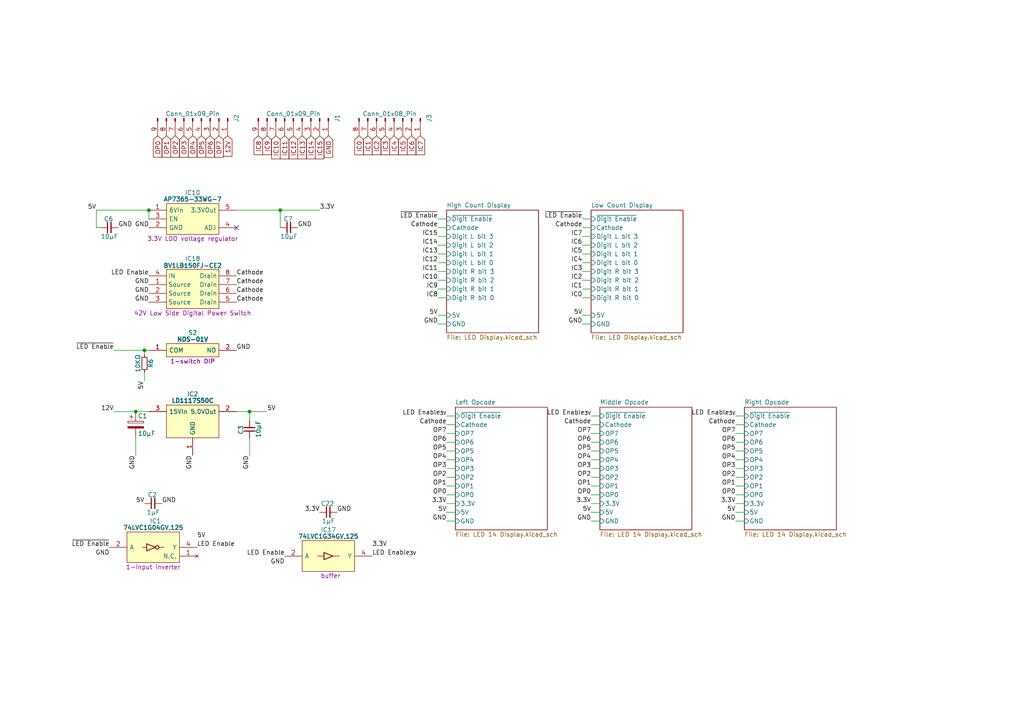
<source format=kicad_sch>
(kicad_sch (version 20231120) (generator "eeschema") (generator_version "8.0")
  (paper "A4")
  (title_block (title "W65C816 Opcode Display") (date "2024-11-28") (rev "V0"))
  (lib_symbols
    (symbol "Apem:NDS-01V" (pin_names (offset 0.762))
      (property "Reference" "S" (at 12.7 5.08 0))
      (property "Value" "NDS-01V" (at 12.7 3.175 0))
      (property "Description" "1-switch DIP" (at 12.7 -3.175 0))
      (symbol "NDS-01V_0_0"
        (pin passive line (at 0 0 0) (length 5.08) (name "COM") (number "1"))
        (pin passive line (at 25.4 0 180) (length 5.08) (name "NO") (number "2"))
      )
      (symbol "NDS-01V_0_1"
        (polyline (pts (xy 5.08 1.905) (xy 20.32 1.905) (xy 20.32 -1.905) (xy 5.08 -1.905) (xy 5.08 1.905)) (stroke (width 0.1524)) (fill (type background)))
      )
    )
    (symbol "Connector:Conn_01x08_Pin" (pin_names (offset 1.016) hide)
      (property "Reference" "J" (at 0 10.16 0))
      (property "Value" "Conn_01x08_Pin" (at 0 -12.7 0))
      (symbol "Conn_01x08_Pin_1_1"
        (polyline (pts (xy 1.27 -10.16) (xy 0.8636 -10.16)) (stroke (width 0.1524)))
        (polyline (pts (xy 1.27 -7.62) (xy 0.8636 -7.62)) (stroke (width 0.1524)))
        (polyline (pts (xy 1.27 -5.08) (xy 0.8636 -5.08)) (stroke (width 0.1524)))
        (polyline (pts (xy 1.27 -2.54) (xy 0.8636 -2.54)) (stroke (width 0.1524)))
        (polyline (pts (xy 1.27 0) (xy 0.8636 0)) (stroke (width 0.1524)))
        (polyline (pts (xy 1.27 2.54) (xy 0.8636 2.54)) (stroke (width 0.1524)))
        (polyline (pts (xy 1.27 5.08) (xy 0.8636 5.08)) (stroke (width 0.1524)))
        (polyline (pts (xy 1.27 7.62) (xy 0.8636 7.62)) (stroke (width 0.1524)))
        (rectangle (start 0.8636 -10.033) (end 0 -10.287) (stroke (width 0.1524)) (fill (type outline)))
        (rectangle (start 0.8636 -7.493) (end 0 -7.747) (stroke (width 0.1524)) (fill (type outline)))
        (rectangle (start 0.8636 -4.953) (end 0 -5.207) (stroke (width 0.1524)) (fill (type outline)))
        (rectangle (start 0.8636 -2.413) (end 0 -2.667) (stroke (width 0.1524)) (fill (type outline)))
        (rectangle (start 0.8636 0.127) (end 0 -0.127) (stroke (width 0.1524)) (fill (type outline)))
        (rectangle (start 0.8636 2.667) (end 0 2.413) (stroke (width 0.1524)) (fill (type outline)))
        (rectangle (start 0.8636 5.207) (end 0 4.953) (stroke (width 0.1524)) (fill (type outline)))
        (rectangle (start 0.8636 7.747) (end 0 7.493) (stroke (width 0.1524)) (fill (type outline)))
        (pin passive line (at 5.08 7.62 180) (length 3.81) (name "Pin_1") (number "1"))
        (pin passive line (at 5.08 5.08 180) (length 3.81) (name "Pin_2") (number "2"))
        (pin passive line (at 5.08 2.54 180) (length 3.81) (name "Pin_3") (number "3"))
        (pin passive line (at 5.08 0 180) (length 3.81) (name "Pin_4") (number "4"))
        (pin passive line (at 5.08 -2.54 180) (length 3.81) (name "Pin_5") (number "5"))
        (pin passive line (at 5.08 -5.08 180) (length 3.81) (name "Pin_6") (number "6"))
        (pin passive line (at 5.08 -7.62 180) (length 3.81) (name "Pin_7") (number "7"))
        (pin passive line (at 5.08 -10.16 180) (length 3.81) (name "Pin_8") (number "8"))
      )
    )
    (symbol "Connector:Conn_01x09_Pin" (pin_names (offset 1.016) hide)
      (property "Reference" "J" (at 0 12.7 0))
      (property "Value" "Conn_01x09_Pin" (at 0 -12.7 0))
      (symbol "Conn_01x09_Pin_1_1"
        (polyline (pts (xy 1.27 -10.16) (xy 0.8636 -10.16)) (stroke (width 0.1524)))
        (polyline (pts (xy 1.27 -7.62) (xy 0.8636 -7.62)) (stroke (width 0.1524)))
        (polyline (pts (xy 1.27 -5.08) (xy 0.8636 -5.08)) (stroke (width 0.1524)))
        (polyline (pts (xy 1.27 -2.54) (xy 0.8636 -2.54)) (stroke (width 0.1524)))
        (polyline (pts (xy 1.27 0) (xy 0.8636 0)) (stroke (width 0.1524)))
        (polyline (pts (xy 1.27 2.54) (xy 0.8636 2.54)) (stroke (width 0.1524)))
        (polyline (pts (xy 1.27 5.08) (xy 0.8636 5.08)) (stroke (width 0.1524)))
        (polyline (pts (xy 1.27 7.62) (xy 0.8636 7.62)) (stroke (width 0.1524)))
        (polyline (pts (xy 1.27 10.16) (xy 0.8636 10.16)) (stroke (width 0.1524)))
        (rectangle (start 0.8636 -10.033) (end 0 -10.287) (stroke (width 0.1524)) (fill (type outline)))
        (rectangle (start 0.8636 -7.493) (end 0 -7.747) (stroke (width 0.1524)) (fill (type outline)))
        (rectangle (start 0.8636 -4.953) (end 0 -5.207) (stroke (width 0.1524)) (fill (type outline)))
        (rectangle (start 0.8636 -2.413) (end 0 -2.667) (stroke (width 0.1524)) (fill (type outline)))
        (rectangle (start 0.8636 0.127) (end 0 -0.127) (stroke (width 0.1524)) (fill (type outline)))
        (rectangle (start 0.8636 2.667) (end 0 2.413) (stroke (width 0.1524)) (fill (type outline)))
        (rectangle (start 0.8636 5.207) (end 0 4.953) (stroke (width 0.1524)) (fill (type outline)))
        (rectangle (start 0.8636 7.747) (end 0 7.493) (stroke (width 0.1524)) (fill (type outline)))
        (rectangle (start 0.8636 10.287) (end 0 10.033) (stroke (width 0.1524)) (fill (type outline)))
        (pin passive line (at 5.08 10.16 180) (length 3.81) (name "Pin_1") (number "1"))
        (pin passive line (at 5.08 7.62 180) (length 3.81) (name "Pin_2") (number "2"))
        (pin passive line (at 5.08 5.08 180) (length 3.81) (name "Pin_3") (number "3"))
        (pin passive line (at 5.08 2.54 180) (length 3.81) (name "Pin_4") (number "4"))
        (pin passive line (at 5.08 0 180) (length 3.81) (name "Pin_5") (number "5"))
        (pin passive line (at 5.08 -2.54 180) (length 3.81) (name "Pin_6") (number "6"))
        (pin passive line (at 5.08 -5.08 180) (length 3.81) (name "Pin_7") (number "7"))
        (pin passive line (at 5.08 -7.62 180) (length 3.81) (name "Pin_8") (number "8"))
        (pin passive line (at 5.08 -10.16 180) (length 3.81) (name "Pin_9") (number "9"))
      )
    )
    (symbol "Diodes_Inc:AP7365-33WG-7" (pin_names (offset 0.762))
      (property "Reference" "IC" (at 12.7 5.08 0))
      (property "Value" "AP7365-33WG-7" (at 12.7 3.175 0))
      (property "Description" "3.3V LDO voltage regulator" (at 12.7 -8.255 0))
      (symbol "AP7365-33WG-7_0_0"
        (pin passive line (at 0 -5.08 0) (length 5.08) (name "GND") (number "2"))
        (pin input line (at 0 -2.54 0) (length 5.08) (name "EN") (number "3"))
        (pin passive line (at 25.4 -5.08 180) (length 5.08) (name "ADJ") (number "4"))
      )
      (symbol "AP7365-33WG-7_0_1"
        (polyline (pts (xy 5.08 1.905) (xy 20.32 1.905) (xy 20.32 -6.985) (xy 5.08 -6.985) (xy 5.08 1.905)) (fill (type background)))
      )
      (symbol "AP7365-33WG-7_1_0"
        (pin passive line (at 0 0 0) (length 5.08) (name "6VIn") (number "1"))
        (pin passive line (at 25.4 0 180) (length 5.08) (name "3.3VOut") (number "5"))
      )
    )
    (symbol "HCP65:C_0805" (pin_numbers hide) (pin_names (offset 0.254) hide)
      (property "Reference" "C" (at 2.286 2.54 0))
      (property "Value" "?μF" (at 2.54 -2.54 0))
      (symbol "C_0805_0_1"
        (polyline (pts (xy 1.9685 -1.4605) (xy 1.9685 1.5875)) (stroke (width 0.3048)))
        (polyline (pts (xy 2.9845 -1.4605) (xy 2.9845 1.5875)) (stroke (width 0.3302)))
      )
      (symbol "C_0805_1_1"
        (pin passive line (at 0 0 0) (length 2.032) (name "~") (number "1"))
        (pin passive line (at 5.08 0 180) (length 2.032) (name "~") (number "2"))
      )
    )
    (symbol "HCP65:C_Radial_D4.0mm_P2.00mm" (pin_numbers hide) (pin_names (offset 0.254))
      (property "Reference" "C" (at 0.635 2.54 0))
      (property "Value" "?μF" (at 0.635 -2.54 0))
      (symbol "C_Radial_D4.0mm_P2.00mm_0_1"
        (rectangle (start -2.286 0.508) (end 2.286 1.016))
        (polyline (pts (xy -1.778 2.286) (xy -0.762 2.286)))
        (polyline (pts (xy -1.27 2.794) (xy -1.27 1.778)))
        (rectangle (start 2.286 -0.508) (end -2.286 -1.016) (fill (type outline)))
      )
      (symbol "C_Radial_D4.0mm_P2.00mm_1_1"
        (pin passive line (at 0 3.81 270) (length 2.794) (name "~") (number "1"))
        (pin passive line (at 0 -3.81 90) (length 2.794) (name "~") (number "2"))
      )
    )
    (symbol "HCP65:R_0805" (pin_numbers hide) (pin_names hide)
      (property "Reference" "R" (at 2.54 1.778 0))
      (property "Value" "?Ω" (at 2.54 -1.905 0))
      (symbol "R_0805_0_1"
        (rectangle (start 0.762 0.762) (end 4.318 -0.762) (stroke (width 0.2032)))
      )
      (symbol "R_0805_1_1"
        (pin passive line (at 0 0 0) (length 0.72) (name "~") (number "1"))
        (pin passive line (at 5.08 0 180) (length 0.72) (name "~") (number "2"))
      )
    )
    (symbol "Nexperia:74LVC1G04GV,125" (pin_names (offset 0.762))
      (property "Reference" "IC" (at 13.335 5.08 0))
      (property "Value" "74LVC1G04GV,125" (at 12.7 3.175 0))
      (property "Description" "1-input inverter" (at 12.7 -8.255 0))
      (symbol "74LVC1G04GV,125_0_0"
        (pin no_connect line (at 25.4 -5.08 180) (length 5.08) (name "N.C.") (number "1"))
        (pin input line (at 0 -2.54 0) (length 5.08) (name "A") (number "2"))
        (pin passive line (at 0 -5.08 0) (length 5.08) hide (name "GND") (number "3"))
        (pin output line (at 25.4 -2.54 180) (length 5.08) (name "Y") (number "4"))
        (pin passive line (at 25.4 0 180) (length 5.08) hide (name "3V") (number "5"))
      )
      (symbol "74LVC1G04GV,125_0_1"
        (polyline (pts (xy 9.525 -2.54) (xy 10.7949 -2.54)))
        (polyline (pts (xy 14.351 -2.54) (xy 15.875 -2.54)))
        (polyline (pts (xy 10.795 -3.556) (xy 13.335 -2.54) (xy 10.795 -1.524)) (stroke (width 0.254)))
        (polyline (pts (xy 5.08 1.905) (xy 20.32 1.905) (xy 20.32 -6.985) (xy 5.08 -6.985) (xy 5.08 1.905)) (stroke (width 0.1524)) (fill (type background)))
        (rectangle (start 10.795 -1.524) (end 10.795 -3.556) (stroke (width 0.254)) (fill (type background)))
        (circle (center 13.843 -2.54) (radius 0.508) (stroke (width 0.254)))
      )
    )
    (symbol "Nexperia:74LVC1G34GV,125" (pin_names (offset 0.762))
      (property "Reference" "IC" (at 12.7 5.08 0))
      (property "Value" "74LVC1G34GV,125" (at 12.7 3.175 0))
      (property "Description" "buffer" (at 13.335 -8.255 0))
      (symbol "74LVC1G34GV,125_0_0"
        (pin no_connect line (at 0 0 0) (length 5.08) hide (name "n.c.") (number "1"))
        (pin input line (at 0 -2.54 0) (length 5.08) (name "A") (number "2"))
        (pin passive line (at 0 -5.08 0) (length 5.08) hide (name "GND") (number "3"))
        (pin passive line (at 25.4 -2.54 180) (length 5.08) (name "Y") (number "4"))
        (pin passive line (at 25.4 0 180) (length 5.08) hide (name "3V") (number "5"))
      )
      (symbol "74LVC1G34GV,125_0_1"
        (polyline (pts (xy 9.525 -2.54) (xy 11.43 -2.54)))
        (polyline (pts (xy 13.97 -2.54) (xy 15.875 -2.54)))
        (polyline (pts (xy 11.43 -3.556) (xy 13.97 -2.54) (xy 11.43 -1.524)) (stroke (width 0.254)))
        (polyline (pts (xy 5.08 1.905) (xy 20.32 1.905) (xy 20.32 -6.985) (xy 5.08 -6.985) (xy 5.08 1.905)) (stroke (width 0.1524)) (fill (type background)))
        (rectangle (start 11.43 -1.524) (end 11.43 -3.556) (stroke (width 0.254)) (fill (type background)))
      )
    )
    (symbol "ROHM_Semiconductor:BV1LB150FJ-CE2"
      (property "Reference" "IC" (at 12.7 5.715 0))
      (property "Value" "BV1LB150FJ-CE2" (at 12.7 3.81 0))
      (property "Description" "42V Low Side Digital Power Switch" (at 12.7 -10.795 0))
      (symbol "BV1LB150FJ-CE2_0_1"
        (polyline (pts (xy 5.08 1.905) (xy 20.32 1.905) (xy 20.32 -9.525) (xy 5.08 -9.525) (xy 5.08 1.905)) (fill (type background)))
      )
      (symbol "BV1LB150FJ-CE2_1_1"
        (pin passive line (at 0 -2.54 0) (length 5.08) (name "Source") (number "1"))
        (pin passive line (at 0 -5.08 0) (length 5.08) (name "Source") (number "2"))
        (pin passive line (at 0 -7.62 0) (length 5.08) (name "Source") (number "3"))
        (pin input line (at 0 0 0) (length 5.08) (name "IN") (number "4"))
        (pin passive line (at 25.4 -7.62 180) (length 5.08) (name "Drain") (number "5"))
        (pin passive line (at 25.4 -5.08 180) (length 5.08) (name "Drain") (number "6"))
        (pin passive line (at 25.4 -2.54 180) (length 5.08) (name "Drain") (number "7"))
        (pin passive line (at 25.4 0 180) (length 5.08) (name "Drain") (number "8"))
      )
    )
    (symbol "ST_Microelectronics:LD1117S50C" (pin_names (offset 0.762))
      (property "Reference" "IC" (at 7.62 5.08 0))
      (property "Value" "LD1117S50C" (at 7.62 3.175 0))
      (symbol "LD1117S50C_0_0"
        (pin passive line (at 7.62 -12.7 90) (length 5.08) (name "GND") (number "1"))
      )
      (symbol "LD1117S50C_0_1"
        (polyline (pts (xy 0 1.905) (xy 15.24 1.905) (xy 15.24 -7.62) (xy 0 -7.62) (xy 0 1.905)) (stroke (width 0.1524)) (fill (type background)))
      )
      (symbol "LD1117S50C_1_0"
        (pin passive line (at 20.32 0 180) (length 5.08) (name "5.0VOut") (number "2"))
        (pin passive line (at -5.08 0 0) (length 5.08) (name "15VIn") (number "3"))
        (pin no_connect line (at 10.16 -12.7 90) (length 5.08) hide (name "N.C") (number "4"))
      )
    )
  )
  (junction (at 39.37 119.38))
  (junction (at 72.39 119.38))
  (junction (at 43.18 60.96))
  (junction (at 41.91 101.6))
  (junction (at 81.28 60.96))
  (no_connect (at 68.58 66.04))
  (wire (pts (xy 171.45 120.65) (xy 173.99 120.65)))
  (wire (pts (xy 168.91 63.5) (xy 171.45 63.5)))
  (wire (pts (xy 127 91.44) (xy 129.54 91.44)))
  (wire (pts (xy 127 68.58) (xy 129.54 68.58)))
  (wire (pts (xy 168.91 78.74) (xy 171.45 78.74)))
  (wire (pts (xy 213.36 130.81) (xy 215.9 130.81)))
  (wire (pts (xy 129.54 130.81) (xy 132.08 130.81)))
  (wire (pts (xy 213.36 133.35) (xy 215.9 133.35)))
  (wire (pts (xy 213.36 138.43) (xy 215.9 138.43)))
  (wire (pts (xy 27.94 60.96) (xy 43.18 60.96)))
  (wire (pts (xy 213.36 143.51) (xy 215.9 143.51)))
  (wire (pts (xy 168.91 73.66) (xy 171.45 73.66)))
  (wire (pts (xy 171.45 135.89) (xy 173.99 135.89)))
  (wire (pts (xy 43.18 60.96) (xy 43.18 63.5)))
  (wire (pts (xy 129.54 146.05) (xy 132.08 146.05)))
  (wire (pts (xy 129.54 125.73) (xy 132.08 125.73)))
  (wire (pts (xy 213.36 151.13) (xy 215.9 151.13)))
  (wire (pts (xy 68.58 119.38) (xy 72.39 119.38)))
  (wire (pts (xy 33.02 119.38) (xy 39.37 119.38)))
  (wire (pts (xy 213.36 135.89) (xy 215.9 135.89)))
  (wire (pts (xy 72.39 119.38) (xy 77.47 119.38)))
  (wire (pts (xy 33.02 101.6) (xy 41.91 101.6)))
  (wire (pts (xy 81.28 66.04) (xy 81.28 60.96)))
  (wire (pts (xy 43.18 101.6) (xy 41.91 101.6)))
  (wire (pts (xy 171.45 123.19) (xy 173.99 123.19)))
  (wire (pts (xy 168.91 81.28) (xy 171.45 81.28)))
  (wire (pts (xy 81.28 60.96) (xy 92.71 60.96)))
  (wire (pts (xy 127 63.5) (xy 129.54 63.5)))
  (wire (pts (xy 129.54 133.35) (xy 132.08 133.35)))
  (wire (pts (xy 129.54 151.13) (xy 132.08 151.13)))
  (wire (pts (xy 72.39 127) (xy 72.39 132.08)))
  (wire (pts (xy 127 86.36) (xy 129.54 86.36)))
  (wire (pts (xy 129.54 143.51) (xy 132.08 143.51)))
  (wire (pts (xy 127 73.66) (xy 129.54 73.66)))
  (wire (pts (xy 127 78.74) (xy 129.54 78.74)))
  (wire (pts (xy 129.54 120.65) (xy 132.08 120.65)))
  (wire (pts (xy 39.37 119.38) (xy 43.18 119.38)))
  (wire (pts (xy 129.54 138.43) (xy 132.08 138.43)))
  (wire (pts (xy 171.45 151.13) (xy 173.99 151.13)))
  (wire (pts (xy 129.54 140.97) (xy 132.08 140.97)))
  (wire (pts (xy 171.45 128.27) (xy 173.99 128.27)))
  (wire (pts (xy 171.45 133.35) (xy 173.99 133.35)))
  (wire (pts (xy 171.45 138.43) (xy 173.99 138.43)))
  (wire (pts (xy 171.45 148.59) (xy 173.99 148.59)))
  (wire (pts (xy 168.91 68.58) (xy 171.45 68.58)))
  (wire (pts (xy 168.91 76.2) (xy 171.45 76.2)))
  (wire (pts (xy 168.91 66.04) (xy 171.45 66.04)))
  (wire (pts (xy 68.58 60.96) (xy 81.28 60.96)))
  (wire (pts (xy 171.45 146.05) (xy 173.99 146.05)))
  (wire (pts (xy 129.54 135.89) (xy 132.08 135.89)))
  (wire (pts (xy 127 66.04) (xy 129.54 66.04)))
  (wire (pts (xy 213.36 125.73) (xy 215.9 125.73)))
  (wire (pts (xy 127 81.28) (xy 129.54 81.28)))
  (wire (pts (xy 171.45 143.51) (xy 173.99 143.51)))
  (wire (pts (xy 171.45 140.97) (xy 173.99 140.97)))
  (wire (pts (xy 213.36 148.59) (xy 215.9 148.59)))
  (wire (pts (xy 127 76.2) (xy 129.54 76.2)))
  (wire (pts (xy 213.36 128.27) (xy 215.9 128.27)))
  (wire (pts (xy 168.91 71.12) (xy 171.45 71.12)))
  (wire (pts (xy 168.91 83.82) (xy 171.45 83.82)))
  (wire (pts (xy 168.91 93.98) (xy 171.45 93.98)))
  (wire (pts (xy 171.45 130.81) (xy 173.99 130.81)))
  (wire (pts (xy 129.54 128.27) (xy 132.08 128.27)))
  (wire (pts (xy 129.54 148.59) (xy 132.08 148.59)))
  (wire (pts (xy 168.91 91.44) (xy 171.45 91.44)))
  (wire (pts (xy 213.36 140.97) (xy 215.9 140.97)))
  (wire (pts (xy 41.91 101.6) (xy 41.91 102.87)))
  (wire (pts (xy 213.36 123.19) (xy 215.9 123.19)))
  (wire (pts (xy 213.36 146.05) (xy 215.9 146.05)))
  (wire (pts (xy 39.37 132.08) (xy 39.37 127)))
  (wire (pts (xy 171.45 125.73) (xy 173.99 125.73)))
  (wire (pts (xy 72.39 119.38) (xy 72.39 121.92)))
  (wire (pts (xy 27.94 60.96) (xy 27.94 66.04)))
  (wire (pts (xy 129.54 123.19) (xy 132.08 123.19)))
  (wire (pts (xy 127 83.82) (xy 129.54 83.82)))
  (wire (pts (xy 213.36 120.65) (xy 215.9 120.65)))
  (wire (pts (xy 41.91 110.49) (xy 41.91 107.95)))
  (wire (pts (xy 127 71.12) (xy 129.54 71.12)))
  (wire (pts (xy 127 93.98) (xy 129.54 93.98)))
  (wire (pts (xy 27.94 66.04) (xy 29.21 66.04)))
  (wire (pts (xy 168.91 86.36) (xy 171.45 86.36)))
  (label "IC8" (at 127 86.36 180))
  (label "OP1" (at 129.54 140.97 180))
  (label "GND" (at 68.58 101.6 0))
  (label "LED Enable" (at 57.15 158.75 0))
  (label "3.3V" (at 171.45 146.05 180))
  (label "GND" (at 72.39 132.08 270))
  (label "GND" (at 43.18 87.63 180))
  (label "OP3" (at 213.36 135.89 180))
  (label "Cathode" (at 127 66.04 180))
  (label "OP5" (at 129.54 130.81 180))
  (label "OP2" (at 213.36 138.43 180))
  (label "GND" (at 168.91 93.98 180))
  (label "IC10" (at 127 81.28 180))
  (label "IC3" (at 168.91 78.74 180))
  (label "OP6" (at 213.36 128.27 180))
  (label "OP1" (at 213.36 140.97 180))
  (label "GND" (at 55.88 132.08 270))
  (label "OP0" (at 171.45 143.51 180))
  (label "IC5" (at 168.91 73.66 180))
  (label "OP4" (at 129.54 133.35 180))
  (label "~{LED Enable}" (at 33.02 101.6 180))
  (label "GND" (at 86.36 66.04 0))
  (label "OP7" (at 213.36 125.73 180))
  (label "12V" (at 33.02 119.38 180))
  (label "IC15" (at 127 68.58 180))
  (label "OP5" (at 171.45 130.81 180))
  (label "3.3V" (at 92.71 60.96 0))
  (label "LED Enable_{3V}" (at 129.54 120.65 180))
  (label "GND" (at 171.45 151.13 180))
  (label "LED Enable_{3V}" (at 107.95 161.29 0))
  (label "Cathode" (at 168.91 66.04 180))
  (label "5V" (at 41.91 110.49 270))
  (label "GND" (at 82.55 163.83 180))
  (label "IC4" (at 168.91 76.2 180))
  (label "GND" (at 127 93.98 180))
  (label "OP3" (at 129.54 135.89 180))
  (label "Cathode" (at 68.58 80.01 0))
  (label "OP5" (at 213.36 130.81 180))
  (label "3.3V" (at 213.36 146.05 180))
  (label "GND" (at 43.18 82.55 180))
  (label "IC2" (at 168.91 81.28 180))
  (label "OP6" (at 171.45 128.27 180))
  (label "Cathode" (at 68.58 82.55 0))
  (label "GND" (at 39.37 132.08 270))
  (label "LED Enable_{3V}" (at 213.36 120.65 180))
  (label "OP3" (at 171.45 135.89 180))
  (label "IC12" (at 127 76.2 180))
  (label "OP7" (at 129.54 125.73 180))
  (label "OP4" (at 213.36 133.35 180))
  (label "5V" (at 127 91.44 180))
  (label "Cathode" (at 129.54 123.19 180))
  (label "IC6" (at 168.91 71.12 180))
  (label "GND" (at 46.99 146.05 0))
  (label "Cathode" (at 213.36 123.19 180))
  (label "3.3V" (at 92.71 148.59 180))
  (label "IC1" (at 168.91 83.82 180))
  (label "OP2" (at 129.54 138.43 180))
  (label "IC11" (at 127 78.74 180))
  (label "GND" (at 43.18 66.04 180))
  (label "OP0" (at 129.54 143.51 180))
  (label "IC0" (at 168.91 86.36 180))
  (label "Cathode" (at 68.58 87.63 0))
  (label "5V" (at 168.91 91.44 180))
  (label "OP7" (at 171.45 125.73 180))
  (label "~{LED Enable}" (at 31.75 158.75 180))
  (label "5V" (at 77.47 119.38 0))
  (label "GND" (at 213.36 151.13 180))
  (label "~{LED Enable}" (at 127 63.5 180))
  (label "IC9" (at 127 83.82 180))
  (label "5V" (at 213.36 148.59 180))
  (label "5V" (at 171.45 148.59 180))
  (label "OP0" (at 213.36 143.51 180))
  (label "IC7" (at 168.91 68.58 180))
  (label "5V" (at 41.91 146.05 180))
  (label "OP6" (at 129.54 128.27 180))
  (label "3.3V" (at 129.54 146.05 180))
  (label "GND" (at 97.79 148.59 0))
  (label "GND" (at 43.18 85.09 180))
  (label "OP1" (at 171.45 140.97 180))
  (label "IC14" (at 127 71.12 180))
  (label "GND" (at 31.75 161.29 180))
  (label "LED Enable_{3V}" (at 171.45 120.65 180))
  (label "~{LED Enable}" (at 168.91 63.5 180))
  (label "5V" (at 57.15 156.21 0))
  (label "Cathode" (at 68.58 85.09 0))
  (label "IC13" (at 127 73.66 180))
  (label "OP4" (at 171.45 133.35 180))
  (label "5V" (at 129.54 148.59 180))
  (label "3.3V" (at 107.95 158.75 0))
  (label "OP2" (at 171.45 138.43 180))
  (label "Cathode" (at 171.45 123.19 180))
  (label "GND" (at 34.29 66.04 0))
  (label "5V" (at 27.94 60.96 180))
  (label "GND" (at 129.54 151.13 180))
  (label "LED Enable" (at 82.55 161.29 180))
  (label "LED Enable" (at 43.18 80.01 180))
  (global_label "IC2" (shape input) (at 109.22 39.37 270) (property "Intersheetrefs" "${INTERSHEET_REFS}" (effects (hide yes))))
  (global_label "IC7" (shape input) (at 121.92 39.37 270) (property "Intersheetrefs" "${INTERSHEET_REFS}" (effects (hide yes))))
  (global_label "IC5" (shape input) (at 116.84 39.37 270) (property "Intersheetrefs" "${INTERSHEET_REFS}" (effects (hide yes))))
  (global_label "OP0" (shape input) (at 45.72 39.37 270) (property "Intersheetrefs" "${INTERSHEET_REFS}" (effects (hide yes))))
  (global_label "IC14" (shape input) (at 90.17 39.37 270) (property "Intersheetrefs" "${INTERSHEET_REFS}" (effects (hide yes))))
  (global_label "12V" (shape input) (at 66.04 39.37 270) (property "Intersheetrefs" "${INTERSHEET_REFS}" (effects (hide yes))))
  (global_label "IC11" (shape input) (at 82.55 39.37 270) (property "Intersheetrefs" "${INTERSHEET_REFS}" (effects (hide yes))))
  (global_label "IC8" (shape input) (at 74.93 39.37 270) (property "Intersheetrefs" "${INTERSHEET_REFS}" (effects (hide yes))))
  (global_label "IC13" (shape input) (at 87.63 39.37 270) (property "Intersheetrefs" "${INTERSHEET_REFS}" (effects (hide yes))))
  (global_label "OP2" (shape input) (at 50.8 39.37 270) (property "Intersheetrefs" "${INTERSHEET_REFS}" (effects (hide yes))))
  (global_label "IC12" (shape input) (at 85.09 39.37 270) (property "Intersheetrefs" "${INTERSHEET_REFS}" (effects (hide yes))))
  (global_label "IC6" (shape input) (at 119.38 39.37 270) (property "Intersheetrefs" "${INTERSHEET_REFS}" (effects (hide yes))))
  (global_label "GND" (shape input) (at 95.25 39.37 270) (property "Intersheetrefs" "${INTERSHEET_REFS}" (effects (hide yes))))
  (global_label "IC9" (shape input) (at 77.47 39.37 270) (property "Intersheetrefs" "${INTERSHEET_REFS}" (effects (hide yes))))
  (global_label "IC4" (shape input) (at 114.3 39.37 270) (property "Intersheetrefs" "${INTERSHEET_REFS}" (effects (hide yes))))
  (global_label "IC10" (shape input) (at 80.01 39.37 270) (property "Intersheetrefs" "${INTERSHEET_REFS}" (effects (hide yes))))
  (global_label "OP5" (shape input) (at 58.42 39.37 270) (property "Intersheetrefs" "${INTERSHEET_REFS}" (effects (hide yes))))
  (global_label "OP7" (shape input) (at 63.5 39.37 270) (property "Intersheetrefs" "${INTERSHEET_REFS}" (effects (hide yes))))
  (global_label "OP1" (shape input) (at 48.26 39.37 270) (property "Intersheetrefs" "${INTERSHEET_REFS}" (effects (hide yes))))
  (global_label "IC15" (shape input) (at 92.71 39.37 270) (property "Intersheetrefs" "${INTERSHEET_REFS}" (effects (hide yes))))
  (global_label "IC3" (shape input) (at 111.76 39.37 270) (property "Intersheetrefs" "${INTERSHEET_REFS}" (effects (hide yes))))
  (global_label "OP6" (shape input) (at 60.96 39.37 270) (property "Intersheetrefs" "${INTERSHEET_REFS}" (effects (hide yes))))
  (global_label "IC0" (shape input) (at 104.14 39.37 270) (property "Intersheetrefs" "${INTERSHEET_REFS}" (effects (hide yes))))
  (global_label "IC1" (shape input) (at 106.68 39.37 270) (property "Intersheetrefs" "${INTERSHEET_REFS}" (effects (hide yes))))
  (global_label "OP4" (shape input) (at 55.88 39.37 270) (property "Intersheetrefs" "${INTERSHEET_REFS}" (effects (hide yes))))
  (global_label "OP3" (shape input) (at 53.34 39.37 270) (property "Intersheetrefs" "${INTERSHEET_REFS}" (effects (hide yes))))
  (symbol (lib_id "Connector:Conn_01x09_Pin") (at 85.09 34.29 270) (unit 1)
    (property "Reference" "J1" (at 97.79 34.29 0))
    (property "Value" "Conn_01x09_Pin" (at 85.09 33.02 90))
    (property "Footprint" "Connector_PinHeader_2.54mm:PinHeader_1x09_P2.54mm_Vertical" (effects (hide yes)))
    (property "Description" "Generic connector, single row, 01x09, script generated" (effects (hide yes)))
  )
  (symbol (lib_id "HCP65:C_0805") (at 41.91 146.05 0) (unit 1)
    (property "Reference" "C2" (at 44.196 143.51 0))
    (property "Value" "1μF" (at 44.45 148.59 0))
    (property "Footprint" "SamacSys_Parts:C_0805" (effects (hide yes)))
  )
  (symbol (lib_id "HCP65:C_Radial_D4.0mm_P2.00mm") (at 39.37 123.19 0) (unit 1)
    (property "Reference" "C1" (at 40.005 120.65 0) (effects (justify left)))
    (property "Value" "10μF" (at 40.005 125.73 0) (effects (justify left)))
    (property "Footprint" "SamacSys_Parts:CP_Radial_D4.0mm_P2.00mm" (effects (hide yes)))
  )
  (symbol (lib_id "Diodes_Inc:AP7365-33WG-7") (at 43.18 60.96 0) (unit 1)
    (property "Reference" "IC10" (at 55.88 55.88 0))
    (property "Value" "AP7365-33WG-7" (at 55.88 57.785 0) (effects (font (bold yes))))
    (property "Footprint" "SamacSys_Parts:SOT95P285X130-5N" (effects (hide yes)))
    (property "Datasheet" "https://componentsearchengine.com/Datasheets/1/AP7365-33WG-7.pdf" (effects (hide yes)))
    (property "Description" "3.3V LDO voltage regulator" (at 55.88 69.215 0))
    (property "Height" "1.3" (effects (hide yes)))
    (property "Manufacturer_Name" "Diodes Inc." (effects (hide yes)))
    (property "Manufacturer_Part_Number" "AP7365-33WG-7" (effects (hide yes)))
    (property "Mouser Part Number" "621-AP7365-33WG-7" (effects (hide yes)))
    (property "Mouser Price/Stock" "https://www.mouser.co.uk/ProductDetail/Diodes-Incorporated/AP7365-33WG-7?qs=abZ1nkZpTuOZFvxvoFPL0w%3D%3D" (effects (hide yes)))
    (property "Arrow Part Number" "AP7365-33WG-7" (effects (hide yes)))
    (property "Arrow Price/Stock" "https://www.arrow.com/en/products/ap7365-33wg-7/diodes-incorporated?region=nac" (effects (hide yes)))
    (property "Silkscreen" "AP7365" (effects (hide yes)))
  )
  (symbol (lib_id "Connector:Conn_01x09_Pin") (at 55.88 34.29 270) (unit 1)
    (property "Reference" "J2" (at 68.58 34.29 0))
    (property "Value" "Conn_01x09_Pin" (at 55.88 33.02 90))
    (property "Footprint" "Connector_PinHeader_2.54mm:PinHeader_1x09_P2.54mm_Vertical" (effects (hide yes)))
    (property "Description" "Generic connector, single row, 01x09, script generated" (effects (hide yes)))
  )
  (symbol (lib_id "HCP65:C_0805") (at 72.39 127 90) (unit 1)
    (property "Reference" "C3" (at 69.85 124.714 0))
    (property "Value" "10µF" (at 74.93 124.46 0))
    (property "Footprint" "SamacSys_Parts:C_0805" (effects (hide yes)))
  )
  (symbol (lib_id "Apem:NDS-01V") (at 43.18 101.6 0) (unit 1)
    (property "Reference" "S2" (at 55.88 96.52 0))
    (property "Value" "NDS-01V" (at 55.88 98.425 0) (effects (font (bold yes))))
    (property "Footprint" "SamacSys_Parts:NDS01V" (effects (hide yes)))
    (property "Datasheet" "http://www.dip.com.tw/en/en-product-information/en-switch002/item/2370-nds-r" (effects (hide yes)))
    (property "Description" "1-switch DIP" (at 55.88 104.775 0))
    (property "Height" "7.05" (effects (hide yes)))
    (property "Mouser Part Number" "113-NDS01V" (effects (hide yes)))
    (property "Mouser Price/Stock" "https://www.mouser.co.uk/ProductDetail/Diptronics/NDS-01V?qs=MLItCLRbWsybtV%2FSbz3VEA%3D%3D" (effects (hide yes)))
    (property "Manufacturer_Name" "Diptronics" (effects (hide yes)))
    (property "Manufacturer_Part_Number" "NDS-01V" (effects (hide yes)))
    (property "Garbage" "DIP Switches / SIP Switches Dip switch Slide Type" (effects (hide yes)))
  )
  (symbol (lib_id "HCP65:R_0805") (at 41.91 102.87 270) (unit 1)
    (property "Reference" "R6" (at 43.688 105.41 0))
    (property "Value" "10KΩ" (at 40.005 105.41 0))
    (property "Footprint" "SamacSys_Parts:R_0805" (effects (hide yes)))
  )
  (symbol (lib_id "Nexperia:74LVC1G04GV,125") (at 31.75 156.21 0) (unit 1)
    (property "Reference" "IC1" (at 45.085 151.13 0))
    (property "Value" "74LVC1G04GV,125" (at 44.45 153.035 0) (effects (font (bold yes))))
    (property "Footprint" "SamacSys_Parts:SOT95P275X110-5N" (effects (hide yes)))
    (property "Datasheet" "https://assets.nexperia.com/documents/data-sheet/74LVC1G04.pdf" (effects (hide yes)))
    (property "Description" "1-input inverter" (at 44.45 164.465 0))
    (property "Height" "1.1" (effects (hide yes)))
    (property "Manufacturer_Name" "Nexperia" (effects (hide yes)))
    (property "Manufacturer_Part_Number" "74LVC1G04GV,125" (effects (hide yes)))
    (property "Mouser Part Number" "771-74LVC1G04GV" (effects (hide yes)))
    (property "Mouser Price/Stock" "https://www.mouser.co.uk/ProductDetail/Nexperia/74LVC1G04GV125?qs=me8TqzrmIYW6McwMAxl%2F9w%3D%3D" (effects (hide yes)))
    (property "Silkscreen" "'1G04" (effects (hide yes)))
  )
  (symbol (lib_id "ROHM_Semiconductor:BV1LB150FJ-CE2") (at 43.18 80.01 0) (unit 1)
    (property "Reference" "IC18" (at 55.88 74.295 0) (effects (justify top)))
    (property "Value" "BV1LB150FJ-CE2" (at 55.88 76.2 0) (effects (font (thickness 0.254) (bold yes)) (justify top)))
    (property "Footprint" "SamacSys_Parts:SOIC127P600X165-8N" (effects (hide yes)))
    (property "Datasheet" "http://rohmfs.rohm.com/en/products/databook/datasheet/ic/power/ipd/bv1lb150fj-c-e.pdf" (effects (hide yes)))
    (property "Description" "42V Low Side Digital Power Switch" (at 55.88 90.805 0))
    (property "Height" "1.65" (effects (hide yes)))
    (property "Manufacturer_Name" "ROHM Semiconductor" (effects (hide yes)))
    (property "Manufacturer_Part_Number" "BV1LB150FJ-CE2" (effects (hide yes)))
    (property "Mouser Part Number" "755-BV1LB150FJ-CE2" (effects (hide yes)))
    (property "Mouser Price/Stock" "https://www.mouser.co.uk/ProductDetail/ROHM-Semiconductor/BV1LB150FJ-CE2?qs=WHeKGGBt0W%2FLZWQC06sLFQ%3D%3D" (effects (hide yes)))
    (property "Silkscreen" "BV1LB150" (effects (hide yes)))
  )
  (symbol (lib_id "ST_Microelectronics:LD1117S50C") (at 48.26 119.38 0) (unit 1)
    (property "Reference" "IC2" (at 55.88 114.3 0))
    (property "Value" "LD1117S50C" (at 55.88 116.205 0) (effects (font (bold yes))))
    (property "Footprint" "SamacSys_Parts:LD1117S33C" (effects (hide yes)))
    (property "Datasheet" "https://www.st.com/resource/en/datasheet/ld1117.pdf" (effects (hide yes)))
    (property "Description" "IC: voltage regulator; LDO, linear, fixed; 5.0V; 0.95A; SOT223; SMD" (effects (hide yes)))
    (property "Height" "1.8" (effects (hide yes)))
    (property "Manufacturer_Name" "STMicroelectronics" (effects (hide yes)))
    (property "Manufacturer_Part_Number" "LD1117S50C" (effects (hide yes)))
    (property "Silkscreen" "LD1117S50" (effects (hide yes)))
    (property "Garbage" "IC: voltage regulator; LDO, linear, fixed; 5.0V; 0.95A; SOT223; SMD" (effects (hide yes)))
  )
  (symbol (lib_id "HCP65:C_0805") (at 29.21 66.04 0) (unit 1)
    (property "Reference" "C6" (at 31.496 63.5 0))
    (property "Value" "10µF" (at 29.21 68.58 0) (effects (justify left)))
    (property "Footprint" "SamacSys_Parts:C_0805" (effects (hide yes)))
  )
  (symbol (lib_id "Connector:Conn_01x08_Pin") (at 114.3 34.29 270) (unit 1)
    (property "Reference" "J3" (at 124.46 34.29 0))
    (property "Value" "Conn_01x08_Pin" (at 113.03 33.02 90))
    (property "Footprint" "Connector_PinHeader_2.54mm:PinHeader_1x08_P2.54mm_Vertical" (effects (hide yes)))
    (property "Description" "Generic connector, single row, 01x08, script generated" (effects (hide yes)))
  )
  (symbol (lib_id "HCP65:C_0805") (at 92.71 148.59 0) (unit 1)
    (property "Reference" "C22" (at 94.996 146.05 0))
    (property "Value" "1μF" (at 95.25 151.13 0))
    (property "Footprint" "SamacSys_Parts:C_0805" (effects (hide yes)))
  )
  (symbol (lib_id "HCP65:C_0805") (at 81.28 66.04 0) (unit 1)
    (property "Reference" "C7" (at 83.566 63.5 0))
    (property "Value" "10µF" (at 81.28 68.58 0) (effects (justify left)))
    (property "Footprint" "SamacSys_Parts:C_0805" (effects (hide yes)))
  )
  (symbol (lib_id "Nexperia:74LVC1G34GV,125") (at 82.55 158.75 0) (unit 1)
    (property "Reference" "IC17" (at 95.25 153.67 0))
    (property "Value" "74LVC1G34GV,125" (at 95.25 155.575 0) (effects (font (bold yes))))
    (property "Footprint" "SamacSys_Parts:SOT95P275X110-5N" (effects (hide yes)))
    (property "Datasheet" "https://assets.nexperia.com/documents/data-sheet/74LVC1G34.pdf" (effects (hide yes)))
    (property "Description" "buffer" (at 95.885 167.005 0))
    (property "Height" "1.1" (effects (hide yes)))
    (property "Mouser Part Number" "771-LVC1G34GV125" (effects (hide yes)))
    (property "Mouser Price/Stock" "https://www.mouser.co.uk/ProductDetail/Nexperia/74LVC1G34GV125?qs=me8TqzrmIYWVUgDJNorjKA%3D%3D" (effects (hide yes)))
    (property "Manufacturer_Name" "Nexperia" (effects (hide yes)))
    (property "Manufacturer_Part_Number" "74LVC1G34GV,125" (effects (hide yes)))
    (property "Silkscreen" "'1G34" (effects (hide yes)))
    (property "Garbage" "74LVC1G34 - Single buffer@en-us" (effects (hide yes)))
  )
  (sheet (at 129.54 60.96) (size 26.67 35.56) (stroke (width 0.1524))
    (property "Sheetname" "High Count Display" (at 129.54 60.2484 0) (effects (justify left bottom)))
    (property "Sheetfile" "LED Display.kicad_sch" (at 129.54 97.1046 0) (effects (justify left top)))
    (pin "5V" input (at 129.54 91.44 180))
    (pin "Digit L bit 2" input (at 129.54 71.12 180))
    (pin "Digit L bit 3" input (at 129.54 68.58 180))
    (pin "Digit R bit 1" input (at 129.54 83.82 180))
    (pin "Digit R bit 3" input (at 129.54 78.74 180))
    (pin "GND" input (at 129.54 93.98 180))
    (pin "Digit R bit 2" input (at 129.54 81.28 180))
    (pin "Digit R bit 0" input (at 129.54 86.36 180))
    (pin "Digit L bit 0" input (at 129.54 76.2 180))
    (pin "Digit L bit 1" input (at 129.54 73.66 180))
    (pin "~{Digit Enable}" input (at 129.54 63.5 180))
    (pin "Cathode" input (at 129.54 66.04 180))
  )
  (sheet (at 173.99 118.11) (size 26.67 35.56) (stroke (width 0.1524))
    (property "Sheetname" "Middle Opcode" (at 173.99 117.3984 0) (effects (justify left bottom)))
    (property "Sheetfile" "LED 14 Display.kicad_sch" (at 173.99 154.2546 0) (effects (justify left top)))
    (pin "GND" input (at 173.99 151.13 180))
    (pin "Cathode" input (at 173.99 123.19 180))
    (pin "~{Digit Enable}" input (at 173.99 120.65 180))
    (pin "5V" input (at 173.99 148.59 180))
    (pin "3.3V" input (at 173.99 146.05 180))
    (pin "OP0" input (at 173.99 143.51 180))
    (pin "OP4" input (at 173.99 133.35 180))
    (pin "OP2" input (at 173.99 138.43 180))
    (pin "OP6" input (at 173.99 128.27 180))
    (pin "OP1" input (at 173.99 140.97 180))
    (pin "OP3" input (at 173.99 135.89 180))
    (pin "OP5" input (at 173.99 130.81 180))
    (pin "OP7" input (at 173.99 125.73 180))
  )
  (sheet (at 171.45 60.96) (size 26.67 35.56) (stroke (width 0.1524))
    (property "Sheetname" "Low Count Display" (at 171.45 60.2484 0) (effects (justify left bottom)))
    (property "Sheetfile" "LED Display.kicad_sch" (at 171.45 97.1046 0) (effects (justify left top)))
    (pin "5V" input (at 171.45 91.44 180))
    (pin "Digit L bit 2" input (at 171.45 71.12 180))
    (pin "Digit L bit 3" input (at 171.45 68.58 180))
    (pin "Digit R bit 1" input (at 171.45 83.82 180))
    (pin "Digit R bit 3" input (at 171.45 78.74 180))
    (pin "GND" input (at 171.45 93.98 180))
    (pin "Digit R bit 2" input (at 171.45 81.28 180))
    (pin "Digit R bit 0" input (at 171.45 86.36 180))
    (pin "Digit L bit 0" input (at 171.45 76.2 180))
    (pin "Digit L bit 1" input (at 171.45 73.66 180))
    (pin "~{Digit Enable}" input (at 171.45 63.5 180))
    (pin "Cathode" input (at 171.45 66.04 180))
  )
  (sheet (at 132.08 118.11) (size 26.67 35.56) (stroke (width 0.1524))
    (property "Sheetname" "Left Opcode" (at 132.08 117.3984 0) (effects (justify left bottom)))
    (property "Sheetfile" "LED 14 Display.kicad_sch" (at 132.08 154.2546 0) (effects (justify left top)))
    (pin "GND" input (at 132.08 151.13 180))
    (pin "Cathode" input (at 132.08 123.19 180))
    (pin "~{Digit Enable}" input (at 132.08 120.65 180))
    (pin "5V" input (at 132.08 148.59 180))
    (pin "3.3V" input (at 132.08 146.05 180))
    (pin "OP0" input (at 132.08 143.51 180))
    (pin "OP4" input (at 132.08 133.35 180))
    (pin "OP2" input (at 132.08 138.43 180))
    (pin "OP6" input (at 132.08 128.27 180))
    (pin "OP1" input (at 132.08 140.97 180))
    (pin "OP3" input (at 132.08 135.89 180))
    (pin "OP5" input (at 132.08 130.81 180))
    (pin "OP7" input (at 132.08 125.73 180))
  )
  (sheet (at 215.9 118.11) (size 26.67 35.56) (stroke (width 0.1524))
    (property "Sheetname" "Right Opcode" (at 215.9 117.3984 0) (effects (justify left bottom)))
    (property "Sheetfile" "LED 14 Display.kicad_sch" (at 215.9 154.2546 0) (effects (justify left top)))
    (pin "GND" input (at 215.9 151.13 180))
    (pin "Cathode" input (at 215.9 123.19 180))
    (pin "~{Digit Enable}" input (at 215.9 120.65 180))
    (pin "5V" input (at 215.9 148.59 180))
    (pin "3.3V" input (at 215.9 146.05 180))
    (pin "OP0" input (at 215.9 143.51 180))
    (pin "OP4" input (at 215.9 133.35 180))
    (pin "OP2" input (at 215.9 138.43 180))
    (pin "OP6" input (at 215.9 128.27 180))
    (pin "OP1" input (at 215.9 140.97 180))
    (pin "OP3" input (at 215.9 135.89 180))
    (pin "OP5" input (at 215.9 130.81 180))
    (pin "OP7" input (at 215.9 125.73 180))
  )
)
</source>
